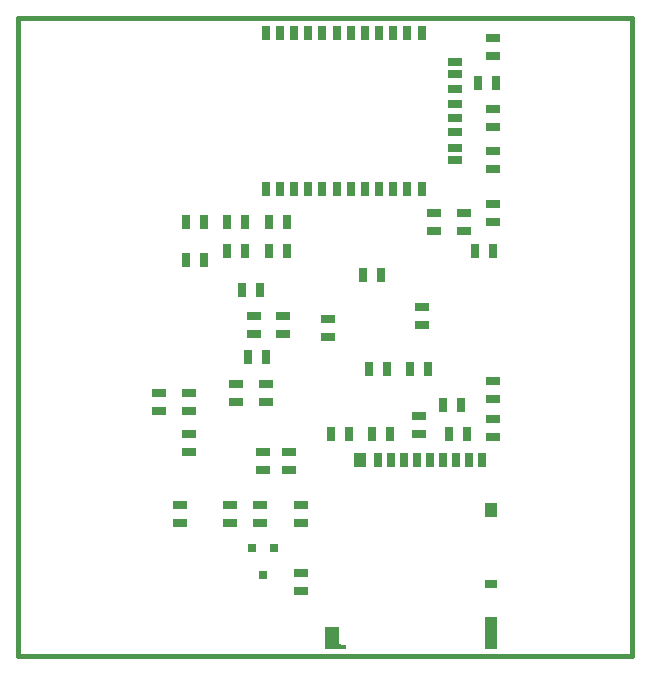
<source format=gbp>
G04 (created by PCBNEW (2013-mar-13)-testing) date Fri 19 Jul 2013 02:37:30 PM PDT*
%MOIN*%
G04 Gerber Fmt 3.4, Leading zero omitted, Abs format*
%FSLAX34Y34*%
G01*
G70*
G90*
G04 APERTURE LIST*
%ADD10C,0.005906*%
%ADD11C,0.015000*%
%ADD12R,0.045000X0.025000*%
%ADD13R,0.025000X0.045000*%
%ADD14R,0.027600X0.047200*%
%ADD15R,0.039400X0.047200*%
%ADD16R,0.039400X0.031500*%
%ADD17R,0.039400X0.110200*%
%ADD18R,0.051200X0.074800*%
%ADD19R,0.029500X0.013800*%
%ADD20R,0.030000X0.030000*%
%ADD21R,0.031400X0.051000*%
%ADD22R,0.051000X0.031400*%
G04 APERTURE END LIST*
G54D10*
G54D11*
X87401Y-31102D02*
X87401Y-52362D01*
X66929Y-31102D02*
X87401Y-31102D01*
X66929Y-52362D02*
X66929Y-31102D01*
X87401Y-52362D02*
X66929Y-52362D01*
G54D12*
X76377Y-49601D03*
X76377Y-50201D03*
G54D13*
X72534Y-39173D03*
X73134Y-39173D03*
G54D12*
X82775Y-37298D03*
X82775Y-37898D03*
X75787Y-41638D03*
X75787Y-41038D03*
X75984Y-46166D03*
X75984Y-45566D03*
G54D13*
X75201Y-42421D03*
X74601Y-42421D03*
X82278Y-33267D03*
X82878Y-33267D03*
X82180Y-38877D03*
X82780Y-38877D03*
G54D12*
X71653Y-43597D03*
X71653Y-44197D03*
X74015Y-47937D03*
X74015Y-47337D03*
X72637Y-43597D03*
X72637Y-44197D03*
X81791Y-37593D03*
X81791Y-38193D03*
X80807Y-37593D03*
X80807Y-38193D03*
X82775Y-34748D03*
X82775Y-34148D03*
X82775Y-35526D03*
X82775Y-36126D03*
X80314Y-44985D03*
X80314Y-44385D03*
X77263Y-41737D03*
X77263Y-41137D03*
G54D13*
X79237Y-42814D03*
X78637Y-42814D03*
G54D12*
X80413Y-40743D03*
X80413Y-41343D03*
G54D13*
X78440Y-39665D03*
X79040Y-39665D03*
G54D12*
X72342Y-47937D03*
X72342Y-47337D03*
X75098Y-46166D03*
X75098Y-45566D03*
X76377Y-47937D03*
X76377Y-47337D03*
X75000Y-47337D03*
X75000Y-47937D03*
X74803Y-41638D03*
X74803Y-41038D03*
G54D13*
X75004Y-40157D03*
X74404Y-40157D03*
G54D12*
X72637Y-45575D03*
X72637Y-44975D03*
G54D13*
X73912Y-37893D03*
X74512Y-37893D03*
X75890Y-37893D03*
X75290Y-37893D03*
X75290Y-38877D03*
X75890Y-38877D03*
X73134Y-37893D03*
X72534Y-37893D03*
X73912Y-38877D03*
X74512Y-38877D03*
X81894Y-44980D03*
X81294Y-44980D03*
X81697Y-43996D03*
X81097Y-43996D03*
X80614Y-42814D03*
X80014Y-42814D03*
X78735Y-44980D03*
X79335Y-44980D03*
G54D12*
X74212Y-43902D03*
X74212Y-43302D03*
X75196Y-43302D03*
X75196Y-43902D03*
G54D14*
X78937Y-45826D03*
X79370Y-45826D03*
X79803Y-45826D03*
X80236Y-45826D03*
X80669Y-45826D03*
X81102Y-45826D03*
X81535Y-45826D03*
X81968Y-45826D03*
X82402Y-45826D03*
G54D15*
X78327Y-45826D03*
X82717Y-47519D03*
G54D16*
X82717Y-49960D03*
G54D17*
X82717Y-51593D03*
G54D18*
X77402Y-51771D03*
G54D19*
X77726Y-52076D03*
G54D10*
G36*
X77712Y-52007D02*
X77657Y-52063D01*
X77601Y-52007D01*
X77657Y-51952D01*
X77712Y-52007D01*
X77712Y-52007D01*
G37*
G54D20*
X75098Y-49662D03*
X75473Y-48762D03*
X74723Y-48762D03*
G54D12*
X82775Y-31786D03*
X82775Y-32386D03*
G54D13*
X77957Y-44980D03*
X77357Y-44980D03*
G54D12*
X82775Y-43203D03*
X82775Y-43803D03*
X82775Y-44483D03*
X82775Y-45083D03*
G54D21*
X79920Y-31594D03*
X80391Y-31594D03*
X79446Y-31594D03*
X78975Y-31594D03*
X77086Y-31594D03*
X77558Y-31594D03*
X78503Y-31594D03*
X78031Y-31594D03*
X76141Y-31594D03*
X76613Y-31594D03*
X75668Y-31594D03*
X75196Y-31594D03*
X80393Y-36790D03*
X79920Y-36791D03*
X79448Y-36791D03*
X78976Y-36791D03*
X78503Y-36791D03*
X78031Y-36791D03*
X77558Y-36791D03*
X77086Y-36791D03*
X76613Y-36791D03*
X76141Y-36791D03*
X75668Y-36791D03*
X75196Y-36791D03*
G54D22*
X81495Y-32578D03*
X81495Y-32971D03*
X81495Y-33483D03*
X81495Y-33956D03*
X81495Y-34428D03*
X81495Y-34901D03*
X81495Y-35451D03*
X81495Y-35844D03*
M02*

</source>
